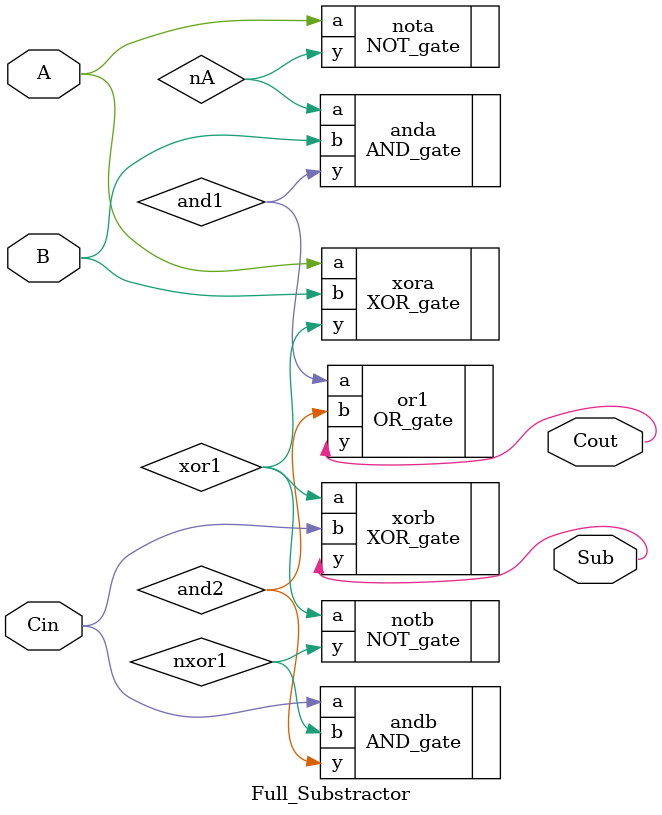
<source format=sv>
module Full_Substractor (
	input logic A,
	input logic B,
	input logic Cin,
	output logic Sub,
	output logic Cout
);
	
	logic xor1;
	
	// S = Cin ^ (A ^ b)
	XOR_gate xora(.a(A), .b(B), .y(xor1));
	
	XOR_gate xorb(.a(xor1), .b(Cin), .y(Sub));
	
	
	logic and1, and2, nA, nxor1;
	
	// Cout = Cin~(a^b)+(~ab)
	
	NOT_gate nota(.a(A), .y(nA));
	
	NOT_gate notb(.a(xor1), .y(nxor1));
	
	
	AND_gate anda(.a(nA), .b(B), .y(and1));
	
	AND_gate andb(.a(Cin), .b(nxor1), .y(and2));
	
	OR_gate or1(.a(and1), .b(and2), .y(Cout));

endmodule
</source>
